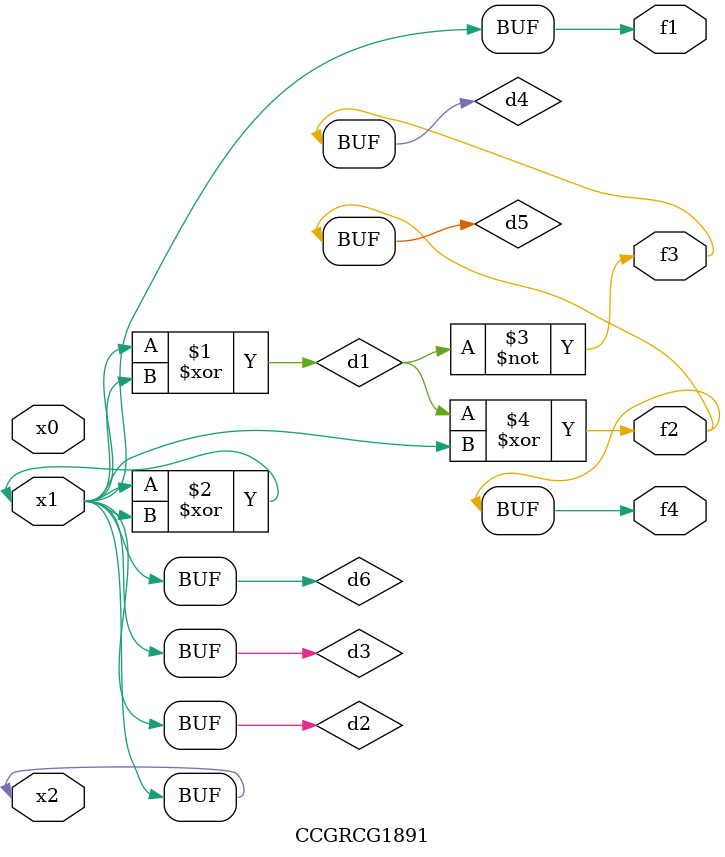
<source format=v>
module CCGRCG1891(
	input x0, x1, x2,
	output f1, f2, f3, f4
);

	wire d1, d2, d3, d4, d5, d6;

	xor (d1, x1, x2);
	buf (d2, x1, x2);
	xor (d3, x1, x2);
	nor (d4, d1);
	xor (d5, d1, d2);
	buf (d6, d2, d3);
	assign f1 = d6;
	assign f2 = d5;
	assign f3 = d4;
	assign f4 = d5;
endmodule

</source>
